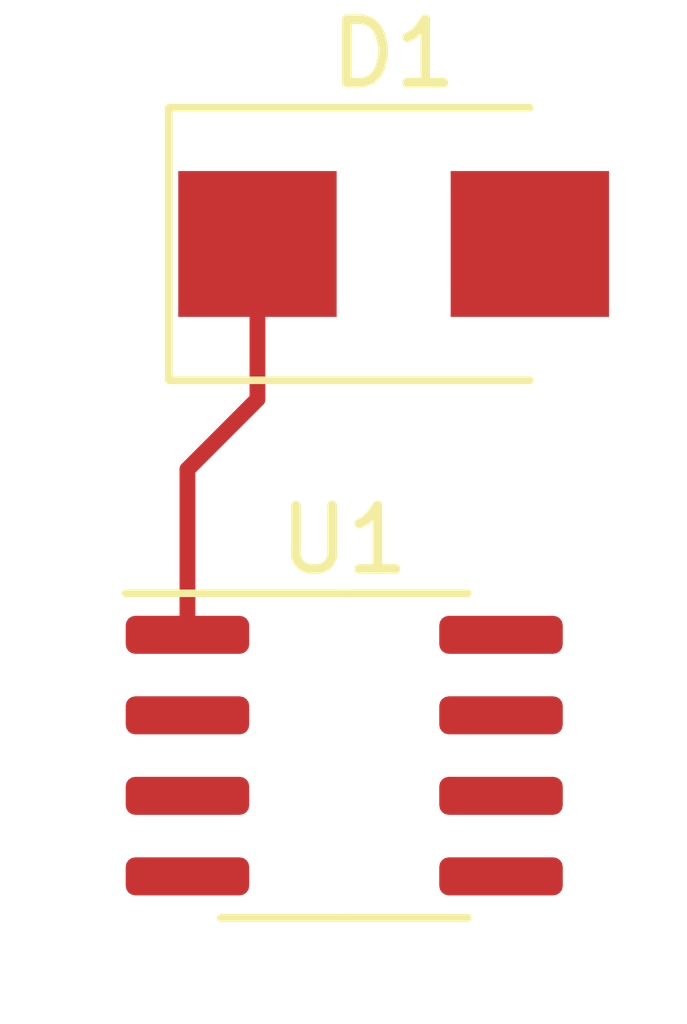
<source format=kicad_pcb>
(kicad_pcb (version 20211014) (generator pcbnew)
  (layers (0 "F.Cu" signal) (31 "B.Cu" signal) (34 "B.Paste" user) (35 "F.Paste" user) (36 "B.SilkS" user "B.Silkscreen") (37 "F.SilkS" user "F.Silkscreen") (38 "B.Mask" user) (39 "F.Mask" user) (44 "Edge.Cuts" user))
  (net 0 "")
  (net 1 "Net-(D1-Pad1)")
  (net 2 "GND")
  (footprint "Package_SO:SOIC-8_3.9x4.9mm_P1.27mm" (layer "F.Cu") (at 116.06 94.43)
    (fp_text reference "U1" (at 0 -3.4) (layer "F.SilkS"))
    (fp_text value "MAX5035BUSA")
    (fp_line (start 0 2.56) (end 1.95 2.56) (layer "F.SilkS") (width 0.12))
    (fp_line (start 0 -2.56) (end -3.45 -2.56) (layer "F.SilkS") (width 0.12))
    (fp_line (start 0 2.56) (end -1.95 2.56) (layer "F.SilkS") (width 0.12))
    (fp_line (start 0 -2.56) (end 1.95 -2.56) (layer "F.SilkS") (width 0.12))
    (pad "1" smd roundrect (at -2.475 -1.905) (size 1.95 0.6) (layers "F.Cu" "F.Paste" "F.Mask") (net 1 "Net-(D1-Pad1)"))
    (pad "2" smd roundrect (at -2.475 -0.635) (size 1.95 0.6) (layers "F.Cu" "F.Paste" "F.Mask"))
    (pad "3" smd roundrect (at -2.475 0.635) (size 1.95 0.6) (layers "F.Cu" "F.Paste" "F.Mask"))
    (pad "4" smd roundrect (at -2.475 1.905) (size 1.95 0.6) (layers "F.Cu" "F.Paste" "F.Mask"))
    (pad "5" smd roundrect (at 2.475 1.905) (size 1.95 0.6) (layers "F.Cu" "F.Paste" "F.Mask"))
    (pad "6" smd roundrect (at 2.475 0.635) (size 1.95 0.6) (layers "F.Cu" "F.Paste" "F.Mask"))
    (pad "7" smd roundrect (at 2.475 -0.635) (size 1.95 0.6) (layers "F.Cu" "F.Paste" "F.Mask"))
    (pad "8" smd roundrect (at 2.475 -1.905) (size 1.95 0.6) (layers "F.Cu" "F.Paste" "F.Mask"))
  )
  (footprint "Diode_SMD:D_SMB" (layer "F.Cu") (at 116.84 86.36)
    (fp_text reference "D1" (at 0 -3) (layer "F.SilkS"))
    (fp_text value "B240")
    (fp_line (start -3.55 -2.15) (end -3.55 2.15) (layer "F.SilkS") (width 0.12))
    (fp_line (start -3.55 2.15) (end 2.15 2.15) (layer "F.SilkS") (width 0.12))
    (fp_line (start -3.55 -2.15) (end 2.15 -2.15) (layer "F.SilkS") (width 0.12))
    (pad "1" smd rect (at -2.15 0) (size 2.5 2.3) (layers "F.Cu" "F.Paste" "F.Mask") (net 1 "Net-(D1-Pad1)"))
    (pad "2" smd rect (at 2.15 0) (size 2.5 2.3) (layers "F.Cu" "F.Paste" "F.Mask") (net 2 "GND"))
  )
  (segment (start 114.69 88.81) (end 113.585 89.915) (width 0.25) (layer "F.Cu") (net 1))
  (segment (start 113.585 89.915) (end 113.585 92.525) (width 0.25) (layer "F.Cu") (net 1))
  (segment (start 114.69 86.36) (end 114.69 88.81) (width 0.25) (layer "F.Cu") (net 1))
)
</source>
